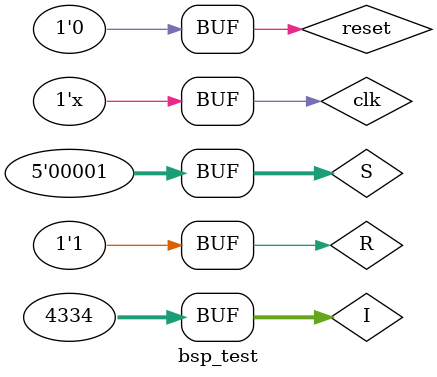
<source format=v>
`timescale 1ns / 1ps


module bsp_test;

	// Inputs
	reg [31:0] I;
	reg [4:0] S;
	reg R;
	reg reset;
	reg clk;

	// Outputs
	wire [31:0] O;

	// Instantiate the Unit Under Test (UUT)
	shift uut (
		.I(I), 
		.S(S), 
		.R(R),
		.reset(reset),
		.O(O), 
		.clk(clk)
	);
	
	always
		begin
		#2;
		clk=~clk;
		end

	initial begin
		// Initialize Inputs
		I = 32'b00000000000000000001000011101110;
		S = 5'b00001;
		R = 1;
		reset=1;
		clk = 1;

		// Wait 100 ns for global reset to finish
		

		// Wait 100 ns for global reset to finish
		#100;
		
		I = 32'b00000000000000000001000011101110;
		S = 5'b00001;
		R = 0;
		reset=0;

		// Wait 100 ns for global reset to finish
		

		// Wait 100 ns for global reset to finish
		#100;
		
		I = 32'b00000000000000000001000011101110;
		S = 5'b00001;
		R = 1;
		reset=0;

		// Wait 100 ns for global reset to finish
		

		// Wait 100 ns for global reset to finish
		#100;
		
		
        
		// Add stimulus here

	end
      
endmodule


</source>
